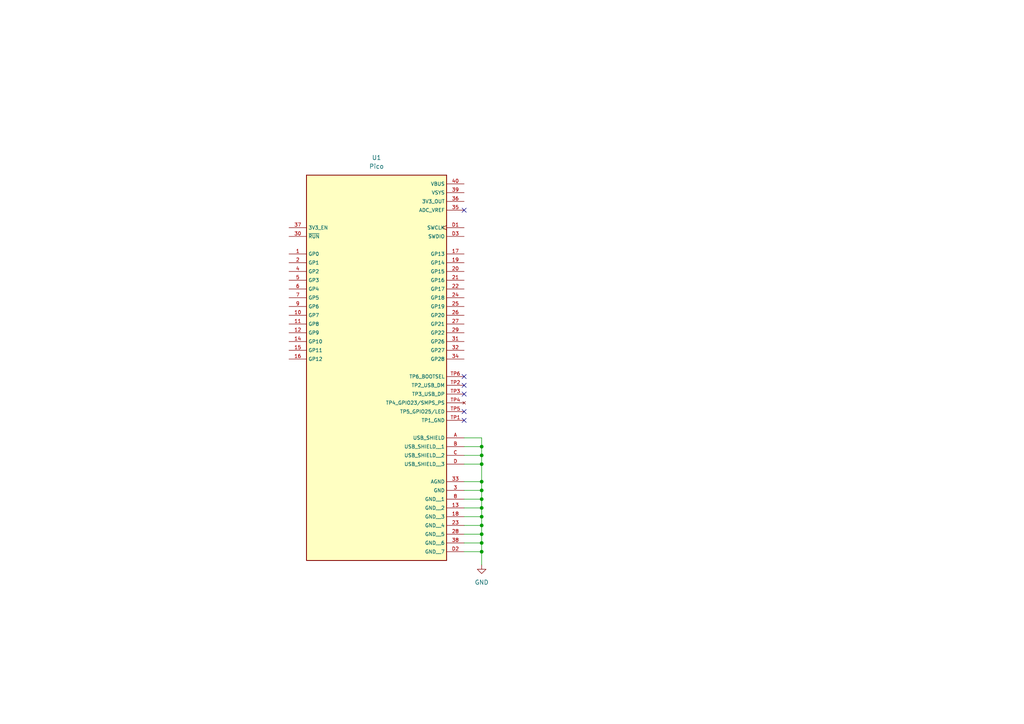
<source format=kicad_sch>
(kicad_sch (version 20231120) (generator "eeschema") (generator_version "8.0")
  (paper "A4")
  (title_block (title "klipper-switch, pico") (rev "V1.0"))
  (lib_symbols
    (symbol "klipper-switch:Pico"
      (property "Reference" "U1" (at 3.048 3.048 0))
      (property "Value" "Pico" (at 3.048 0.508 0))
      (symbol "Pico_0_0"
        (rectangle (start 0 -111.76) (end 40.64 0) (stroke (width 0.254)) (fill (type background)))
        (pin bidirectional line (at -5.08 -22.86 0) (length 5.08) (name "GP0") (number "1"))
        (pin bidirectional line (at -5.08 -40.64 0) (length 5.08) (name "GP7") (number "10"))
        (pin bidirectional line (at -5.08 -43.18 0) (length 5.08) (name "GP8") (number "11"))
        (pin bidirectional line (at -5.08 -45.72 0) (length 5.08) (name "GP9") (number "12"))
        (pin power_in line (at 45.72 -96.52 180) (length 5.08) (name "GND__2") (number "13"))
        (pin bidirectional line (at -5.08 -48.26 0) (length 5.08) (name "GP10") (number "14"))
        (pin bidirectional line (at -5.08 -50.8 0) (length 5.08) (name "GP11") (number "15"))
        (pin bidirectional line (at -5.08 -53.34 0) (length 5.08) (name "GP12") (number "16"))
        (pin bidirectional line (at 45.72 -22.86 180) (length 5.08) (name "GP13") (number "17"))
        (pin power_in line (at 45.72 -99.06 180) (length 5.08) (name "GND__3") (number "18"))
        (pin bidirectional line (at 45.72 -25.4 180) (length 5.08) (name "GP14") (number "19"))
        (pin bidirectional line (at -5.08 -25.4 0) (length 5.08) (name "GP1") (number "2"))
        (pin bidirectional line (at 45.72 -27.94 180) (length 5.08) (name "GP15") (number "20"))
        (pin bidirectional line (at 45.72 -30.48 180) (length 5.08) (name "GP16") (number "21"))
        (pin bidirectional line (at 45.72 -33.02 180) (length 5.08) (name "GP17") (number "22"))
        (pin power_in line (at 45.72 -101.6 180) (length 5.08) (name "GND__4") (number "23"))
        (pin bidirectional line (at 45.72 -35.56 180) (length 5.08) (name "GP18") (number "24"))
        (pin bidirectional line (at 45.72 -38.1 180) (length 5.08) (name "GP19") (number "25"))
        (pin bidirectional line (at 45.72 -40.64 180) (length 5.08) (name "GP20") (number "26"))
        (pin bidirectional line (at 45.72 -43.18 180) (length 5.08) (name "GP21") (number "27"))
        (pin power_in line (at 45.72 -104.14 180) (length 5.08) (name "GND__5") (number "28"))
        (pin bidirectional line (at 45.72 -45.72 180) (length 5.08) (name "GP22") (number "29"))
        (pin power_in line (at 45.72 -91.44 180) (length 5.08) (name "GND") (number "3"))
        (pin input line (at -5.08 -17.78 0) (length 5.08) (name "~{RUN}") (number "30"))
        (pin bidirectional line (at 45.72 -48.26 180) (length 5.08) (name "GP26") (number "31"))
        (pin bidirectional line (at 45.72 -50.8 180) (length 5.08) (name "GP27") (number "32"))
        (pin power_in line (at 45.72 -88.9 180) (length 5.08) (name "AGND") (number "33"))
        (pin bidirectional line (at 45.72 -53.34 180) (length 5.08) (name "GP28") (number "34"))
        (pin power_in line (at 45.72 -10.16 180) (length 5.08) (name "ADC_VREF") (number "35"))
        (pin power_in line (at 45.72 -7.62 180) (length 5.08) (name "3V3_OUT") (number "36"))
        (pin input line (at -5.08 -15.24 0) (length 5.08) (name "3V3_EN") (number "37"))
        (pin power_in line (at 45.72 -106.68 180) (length 5.08) (name "GND__6") (number "38"))
        (pin power_in line (at 45.72 -5.08 180) (length 5.08) (name "VSYS") (number "39"))
        (pin bidirectional line (at -5.08 -27.94 0) (length 5.08) (name "GP2") (number "4"))
        (pin power_in line (at 45.72 -2.54 180) (length 5.08) (name "VBUS") (number "40"))
        (pin bidirectional line (at -5.08 -30.48 0) (length 5.08) (name "GP3") (number "5"))
        (pin bidirectional line (at -5.08 -33.02 0) (length 5.08) (name "GP4") (number "6"))
        (pin bidirectional line (at -5.08 -35.56 0) (length 5.08) (name "GP5") (number "7"))
        (pin power_in line (at 45.72 -93.98 180) (length 5.08) (name "GND__1") (number "8"))
        (pin bidirectional line (at -5.08 -38.1 0) (length 5.08) (name "GP6") (number "9"))
        (pin power_in line (at 45.72 -76.2 180) (length 5.08) (name "USB_SHIELD") (number "A"))
        (pin power_in line (at 45.72 -78.74 180) (length 5.08) (name "USB_SHIELD__1") (number "B"))
        (pin power_in line (at 45.72 -81.28 180) (length 5.08) (name "USB_SHIELD__2") (number "C"))
        (pin power_in line (at 45.72 -83.82 180) (length 5.08) (name "USB_SHIELD__3") (number "D"))
        (pin input clock (at 45.72 -15.24 180) (length 5.08) (name "SWCLK") (number "D1"))
        (pin power_in line (at 45.72 -109.22 180) (length 5.08) (name "GND__7") (number "D2"))
        (pin bidirectional line (at 45.72 -17.78 180) (length 5.08) (name "SWDIO") (number "D3"))
        (pin power_in line (at 45.72 -71.12 180) (length 5.08) (name "TP1_GND") (number "TP1"))
        (pin bidirectional line (at 45.72 -60.96 180) (length 5.08) (name "TP2_USB_DM") (number "TP2"))
        (pin bidirectional line (at 45.72 -63.5 180) (length 5.08) (name "TP3_USB_DP") (number "TP3"))
        (pin no_connect line (at 45.72 -66.04 180) (length 5.08) (name "TP4_GPIO23/SMPS_PS") (number "TP4"))
        (pin output line (at 45.72 -68.58 180) (length 5.08) (name "TP5_GPIO25/LED") (number "TP5"))
        (pin input line (at 45.72 -58.42 180) (length 5.08) (name "TP6_BOOTSEL") (number "TP6"))
      )
    )
    (symbol "power:GND" (power) (pin_numbers hide) (pin_names (offset 0) hide)
      (property "Value" "GND" (at 0 -3.81 0))
      (symbol "GND_0_1"
        (polyline (pts (xy 0 0) (xy 0 -1.27) (xy 1.27 -1.27) (xy 0 -2.54) (xy -1.27 -1.27) (xy 0 -1.27)))
      )
      (symbol "GND_1_1"
        (pin power_in line (at 0 0 270) (length 0) (name "~") (number "1"))
      )
    )
  )
  (junction (at 139.7 160.02))
  (junction (at 139.7 157.48))
  (junction (at 139.7 139.7))
  (junction (at 139.7 142.24))
  (junction (at 139.7 132.08))
  (junction (at 139.7 129.54))
  (junction (at 139.7 134.62))
  (junction (at 139.7 147.32))
  (junction (at 139.7 154.94))
  (junction (at 139.7 149.86))
  (junction (at 139.7 152.4))
  (junction (at 139.7 144.78))
  (no_connect (at 134.62 114.3))
  (no_connect (at 134.62 119.38))
  (no_connect (at 134.62 121.92))
  (no_connect (at 134.62 111.76))
  (no_connect (at 134.62 60.96))
  (no_connect (at 134.62 109.22))
  (wire (pts (xy 134.62 134.62) (xy 139.7 134.62)))
  (wire (pts (xy 139.7 129.54) (xy 139.7 132.08)))
  (wire (pts (xy 139.7 160.02) (xy 134.62 160.02)))
  (wire (pts (xy 134.62 157.48) (xy 139.7 157.48)))
  (wire (pts (xy 139.7 157.48) (xy 139.7 160.02)))
  (wire (pts (xy 139.7 147.32) (xy 139.7 149.86)))
  (wire (pts (xy 139.7 144.78) (xy 134.62 144.78)))
  (wire (pts (xy 139.7 163.83) (xy 139.7 160.02)))
  (wire (pts (xy 134.62 149.86) (xy 139.7 149.86)))
  (wire (pts (xy 134.62 142.24) (xy 139.7 142.24)))
  (wire (pts (xy 139.7 149.86) (xy 139.7 152.4)))
  (wire (pts (xy 139.7 127) (xy 139.7 129.54)))
  (wire (pts (xy 139.7 134.62) (xy 139.7 139.7)))
  (wire (pts (xy 134.62 129.54) (xy 139.7 129.54)))
  (wire (pts (xy 134.62 132.08) (xy 139.7 132.08)))
  (wire (pts (xy 139.7 154.94) (xy 139.7 152.4)))
  (wire (pts (xy 139.7 147.32) (xy 139.7 144.78)))
  (wire (pts (xy 134.62 127) (xy 139.7 127)))
  (wire (pts (xy 139.7 142.24) (xy 139.7 144.78)))
  (wire (pts (xy 139.7 152.4) (xy 134.62 152.4)))
  (wire (pts (xy 134.62 139.7) (xy 139.7 139.7)))
  (wire (pts (xy 134.62 147.32) (xy 139.7 147.32)))
  (wire (pts (xy 139.7 132.08) (xy 139.7 134.62)))
  (wire (pts (xy 134.62 154.94) (xy 139.7 154.94)))
  (wire (pts (xy 139.7 139.7) (xy 139.7 142.24)))
  (wire (pts (xy 139.7 154.94) (xy 139.7 157.48)))
  (symbol (lib_id "power:GND") (at 139.7 163.83 0) (unit 1)
    (property "Reference" "#PWR01" (effects (hide yes)))
    (property "Value" "GND" (at 139.7 168.91 0))
    (property "Description" "Power symbol creates a global label with name \"GND\" , ground" (effects (hide yes)))
  )
  (symbol (lib_id "klipper-switch:Pico") (at 88.9 50.8 0) (unit 1)
    (property "Reference" "U1" (at 109.22 45.72 0))
    (property "Value" "Pico" (at 109.22 48.26 0))
    (property "Footprint" "klipper-switch:pico" (effects (hide yes)))
    (property "Datasheet" "https://datasheets.raspberrypi.com/pico/pico-datasheet.pdf" (effects (hide yes)))
    (property "Description" "RP2040 Raspberry Pi Pico - ARM® Cortex®-M0+ MCU 32-Bit Embedded Evaluation Board" (effects (hide yes)))
    (property "Manufacturer#" "2648-SC0915TR-ND" (effects (hide yes)))
    (property "Supplier#" "2648-SC0915TR-ND" (effects (hide yes)))
    (property "Supplier" "Digikey Electronics, Inc." (effects (hide yes)))
    (property "Role" "MCU" (effects (hide yes)))
    (property "Manufacturer" "Raspberry Pi" (effects (hide yes)))
  )
)
</source>
